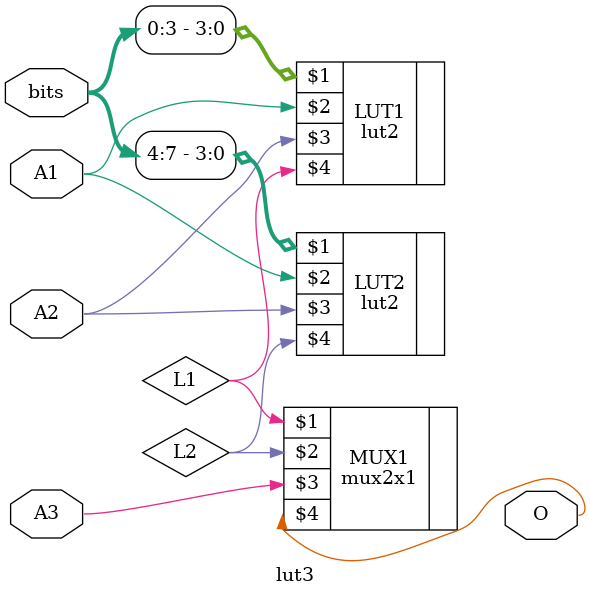
<source format=v>
module lut3(
	input [0:7]bits,
	input A1,
	input A2,
	input A3,
	output O);
	
	wire L1, L2;
	
	lut2 LUT1(bits[3:0], A1, A2, L1);
	lut2 LUT2(bits[7:4], A1, A2, L2);
	
	mux2x1 MUX1(L1, L2, A3, O);
	
endmodule
</source>
